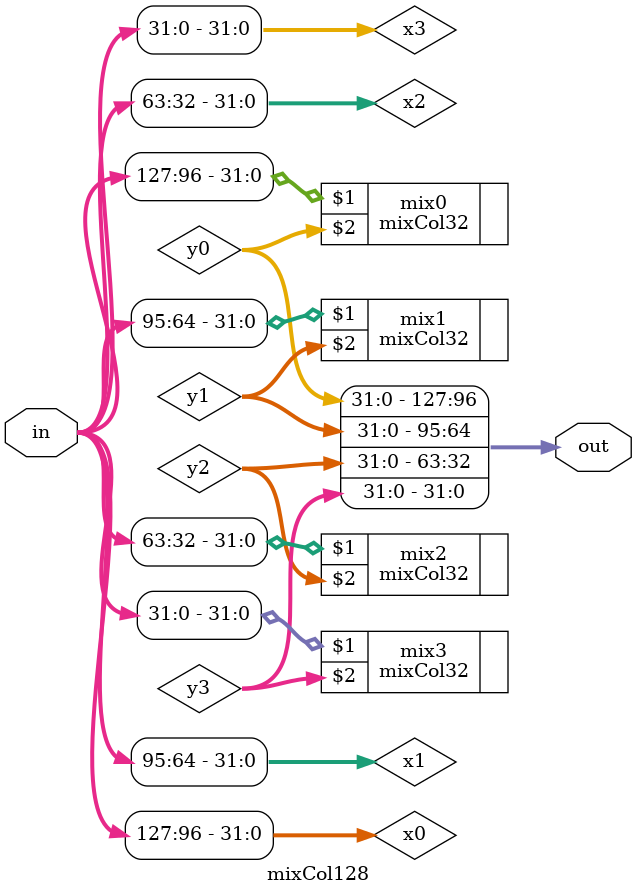
<source format=v>
module mixCol128 (in, out);
input [127:0] in;
output [127:0] out;
wire [31:0] x0, x1, x2, x3;
wire [31:0] y0, y1, y2, y3;

assign x0 = in[127:96];
assign x1 = in[ 95:64];
assign x2 = in[ 63:32];
assign x3 = in[ 31: 0];

mixCol32 mix0(x0, y0);
mixCol32 mix1(x1, y1);
mixCol32 mix2(x2, y2);
mixCol32 mix3(x3, y3);

assign out = {y0, y1, y2, y3};
endmodule

</source>
